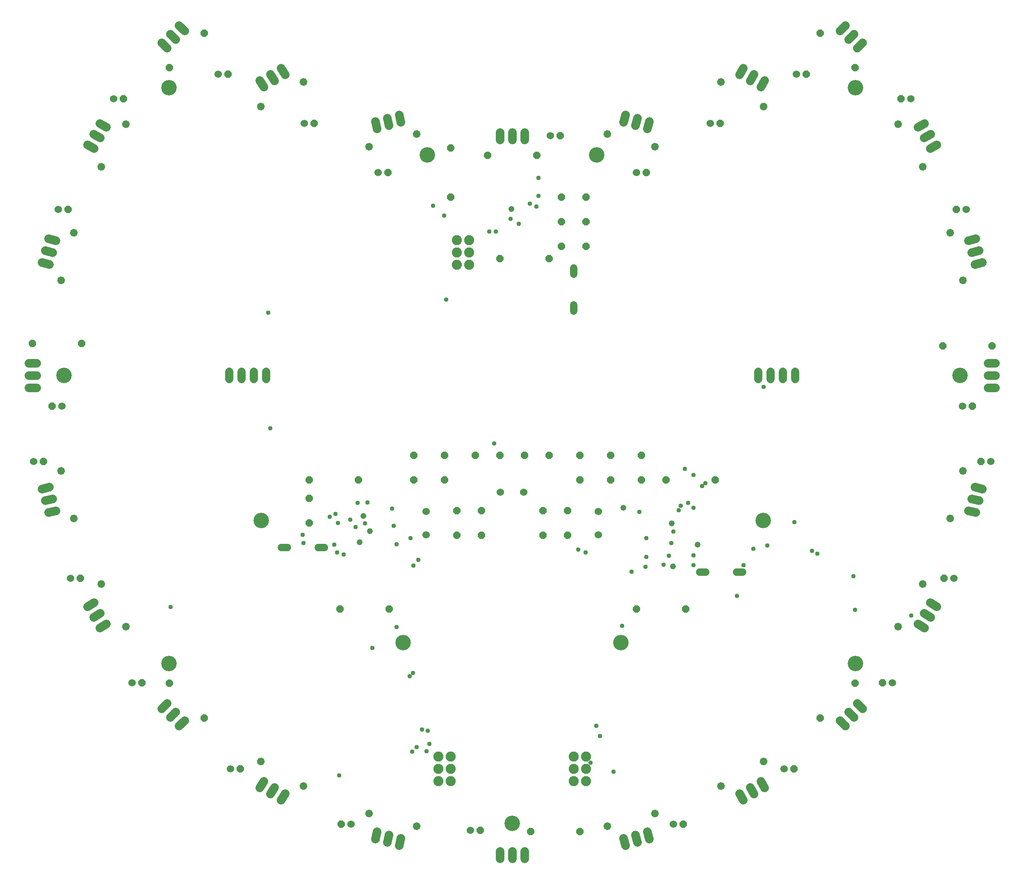
<source format=gbr>
G04 EAGLE Gerber RS-274X export*
G75*
%MOMM*%
%FSLAX34Y34*%
%LPD*%
%INSoldermask Bottom*%
%IPPOS*%
%AMOC8*
5,1,8,0,0,1.08239X$1,22.5*%
G01*
%ADD10C,3.203200*%
%ADD11P,1.649562X8X22.500000*%
%ADD12C,1.524000*%
%ADD13P,1.649562X8X202.500000*%
%ADD14P,1.649562X8X292.500000*%
%ADD15P,1.649562X8X112.500000*%
%ADD16C,1.524000*%
%ADD17C,1.727200*%
%ADD18P,1.649562X8X157.500000*%
%ADD19P,1.649562X8X172.500000*%
%ADD20P,1.649562X8X187.500000*%
%ADD21P,1.649562X8X217.500000*%
%ADD22P,1.649562X8X232.500000*%
%ADD23P,1.649562X8X247.500000*%
%ADD24P,1.649562X8X262.500000*%
%ADD25P,1.649562X8X277.500000*%
%ADD26P,1.649562X8X37.500000*%
%ADD27P,1.649562X8X307.500000*%
%ADD28P,1.649562X8X322.500000*%
%ADD29P,1.649562X8X337.500000*%
%ADD30P,1.649562X8X352.500000*%
%ADD31P,1.649562X8X367.500000*%
%ADD32P,1.649562X8X52.500000*%
%ADD33P,1.649562X8X67.500000*%
%ADD34P,1.649562X8X82.500000*%
%ADD35P,1.649562X8X97.500000*%
%ADD36P,1.649562X8X127.500000*%
%ADD37P,1.649562X8X142.500000*%
%ADD38C,1.778200*%
%ADD39C,2.082800*%
%ADD40C,1.219200*%
%ADD41C,0.959600*%


D10*
X-708591Y594579D03*
X-924893Y0D03*
X-708591Y-594579D03*
X0Y-925000D03*
X-224968Y-551826D03*
X224968Y-551826D03*
X708591Y-594579D03*
X518178Y-299159D03*
X924893Y0D03*
X708591Y594579D03*
X175002Y455508D03*
X-175002Y455508D03*
X-518178Y-299159D03*
D11*
X-66040Y-939800D03*
D12*
X-86360Y-939800D03*
D11*
X607060Y622300D03*
D12*
X586740Y622300D03*
D11*
X429260Y520700D03*
D12*
X408940Y520700D03*
D11*
X276860Y419100D03*
D12*
X256540Y419100D03*
D11*
X99060Y495300D03*
D12*
X78740Y495300D03*
D11*
X-256540Y419100D03*
D12*
X-276860Y419100D03*
D11*
X-408940Y520700D03*
D12*
X-429260Y520700D03*
D11*
X-586740Y622300D03*
D12*
X-607060Y622300D03*
D11*
X-802640Y571500D03*
D12*
X-822960Y571500D03*
D11*
X-916940Y342900D03*
D12*
X-937260Y342900D03*
D13*
X-949960Y-63500D03*
D12*
X-929640Y-63500D03*
D11*
X353060Y-927100D03*
D12*
X332740Y-927100D03*
D11*
X-967740Y-177800D03*
D12*
X-988060Y-177800D03*
D11*
X-891540Y-419100D03*
D12*
X-911860Y-419100D03*
D11*
X-764540Y-635000D03*
D12*
X-784860Y-635000D03*
D11*
X-561340Y-812800D03*
D12*
X-581660Y-812800D03*
D13*
X-353060Y-927100D03*
D12*
X-332740Y-927100D03*
D11*
X63500Y-279400D03*
X114300Y-279400D03*
X63500Y-330200D03*
X114300Y-330200D03*
D13*
X76200Y-165100D03*
X25400Y-165100D03*
D11*
X-76200Y-165100D03*
X-25400Y-165100D03*
D13*
X-63500Y-330200D03*
X-114300Y-330200D03*
D11*
X581660Y-812800D03*
D12*
X561340Y-812800D03*
D13*
X-63500Y-279400D03*
X-114300Y-279400D03*
D14*
X266700Y-165100D03*
X266700Y-215900D03*
D13*
X152400Y368300D03*
X101600Y368300D03*
D14*
X-419100Y-254000D03*
X-419100Y-304800D03*
X203200Y-165100D03*
X203200Y-215900D03*
X139700Y-165100D03*
X139700Y-215900D03*
D13*
X152400Y317500D03*
X101600Y317500D03*
X764540Y-635000D03*
D12*
X784860Y-635000D03*
D13*
X152400Y266700D03*
X101600Y266700D03*
D15*
X-203200Y-215900D03*
X-203200Y-165100D03*
X-139700Y-215900D03*
X-139700Y-165100D03*
D13*
X891540Y-419100D03*
D12*
X911860Y-419100D03*
D13*
X967740Y-177800D03*
D12*
X988060Y-177800D03*
D11*
X949960Y-63500D03*
D12*
X929640Y-63500D03*
D13*
X916940Y342900D03*
D12*
X937260Y342900D03*
D13*
X802640Y571500D03*
D12*
X822960Y571500D03*
D16*
X400304Y-406400D02*
X387096Y-406400D01*
X463296Y-406400D02*
X476504Y-406400D01*
X127000Y209296D02*
X127000Y222504D01*
X127000Y146304D02*
X127000Y133096D01*
X-387096Y-355600D02*
X-400304Y-355600D01*
X-463296Y-355600D02*
X-476504Y-355600D01*
D17*
X584200Y-7620D02*
X584200Y7620D01*
X558800Y7620D02*
X558800Y-7620D01*
X533400Y-7620D02*
X533400Y7620D01*
X508000Y7620D02*
X508000Y-7620D01*
X-508000Y-7620D02*
X-508000Y7620D01*
X-533400Y7620D02*
X-533400Y-7620D01*
X-558800Y-7620D02*
X-558800Y7620D01*
X-584200Y7620D02*
X-584200Y-7620D01*
D13*
X139700Y-942300D03*
X38100Y-942300D03*
D18*
X707672Y635830D03*
X635830Y707672D03*
D19*
X518994Y556024D03*
X431006Y606824D03*
D20*
X294947Y472682D03*
X196809Y498978D03*
D13*
X50800Y454700D03*
X-50800Y454700D03*
D21*
X-196809Y498978D03*
X-294947Y472682D03*
D22*
X-431006Y606824D03*
X-518994Y556024D03*
D23*
X-635830Y707672D03*
X-707672Y635830D03*
D24*
X-797324Y518994D03*
X-848124Y431006D03*
D25*
X-904482Y294947D03*
X-930778Y196809D03*
D11*
X-990600Y66000D03*
X-889000Y66000D03*
D26*
X196809Y-930778D03*
X294947Y-904482D03*
D27*
X-930778Y-196809D03*
X-904482Y-294947D03*
D28*
X-848124Y-431006D03*
X-797324Y-518994D03*
D29*
X-707672Y-635830D03*
X-635830Y-707672D03*
D30*
X-518994Y-797324D03*
X-431006Y-848124D03*
D31*
X-294947Y-904482D03*
X-196809Y-930778D03*
D13*
X358100Y-482600D03*
X256500Y-482600D03*
X76200Y241300D03*
X-25400Y241300D03*
D11*
X-355600Y-482600D03*
X-254000Y-482600D03*
D13*
X419100Y-215900D03*
X317500Y-215900D03*
D14*
X-127000Y469900D03*
X-127000Y368300D03*
D32*
X431006Y-848124D03*
X518994Y-797324D03*
D11*
X-419100Y-215900D03*
X-317500Y-215900D03*
D33*
X635830Y-707672D03*
X707672Y-635830D03*
D34*
X797324Y-518994D03*
X848124Y-431006D03*
D35*
X904482Y-294947D03*
X930778Y-196809D03*
D13*
X990600Y61000D03*
X889000Y61000D03*
D36*
X930778Y196809D03*
X904482Y294947D03*
D37*
X848124Y431006D03*
X797324Y518994D03*
D38*
X-25400Y-982225D02*
X-25400Y-997975D01*
X0Y-997975D02*
X0Y-982225D01*
X25400Y-982225D02*
X25400Y-997975D01*
X712499Y676577D02*
X723635Y687714D01*
X705675Y705675D02*
X694538Y694538D01*
X676578Y712498D02*
X687714Y723635D01*
X520985Y610272D02*
X513110Y596632D01*
X491113Y609332D02*
X498988Y622972D01*
X476990Y635672D02*
X469115Y622032D01*
X282829Y525596D02*
X278753Y510382D01*
X254219Y516956D02*
X258295Y532170D01*
X233760Y538744D02*
X229684Y523530D01*
X25400Y502675D02*
X25400Y486925D01*
X0Y486925D02*
X0Y502675D01*
X-25400Y502675D02*
X-25400Y486925D01*
X-229684Y523530D02*
X-233760Y538744D01*
X-258295Y532170D02*
X-254219Y516956D01*
X-278753Y510382D02*
X-282829Y525596D01*
X-469116Y622032D02*
X-476990Y635672D01*
X-498987Y622972D02*
X-491113Y609332D01*
X-513110Y596632D02*
X-520985Y610272D01*
X-676578Y712498D02*
X-687714Y723635D01*
X-705675Y705675D02*
X-694538Y694538D01*
X-712499Y676577D02*
X-723635Y687714D01*
X-837932Y513110D02*
X-851572Y520985D01*
X-864272Y498987D02*
X-850632Y491113D01*
X-863332Y469115D02*
X-876972Y476990D01*
X-942183Y278753D02*
X-957396Y282829D01*
X-963970Y258295D02*
X-948757Y254219D01*
X-955331Y229684D02*
X-970544Y233760D01*
X-982225Y25400D02*
X-997975Y25400D01*
X-997975Y0D02*
X-982225Y0D01*
X-982225Y-25400D02*
X-997975Y-25400D01*
X229684Y-955330D02*
X233760Y-970544D01*
X258295Y-963970D02*
X254219Y-948756D01*
X278753Y-942182D02*
X282829Y-957396D01*
X-955331Y-229684D02*
X-970544Y-233760D01*
X-963970Y-258295D02*
X-948757Y-254219D01*
X-942183Y-278753D02*
X-957396Y-282829D01*
X-863332Y-469115D02*
X-876972Y-476990D01*
X-864272Y-498988D02*
X-850632Y-491113D01*
X-837932Y-513110D02*
X-851572Y-520985D01*
X-712499Y-676577D02*
X-723635Y-687714D01*
X-705675Y-705675D02*
X-694538Y-694538D01*
X-676578Y-712498D02*
X-687714Y-723635D01*
X-513110Y-837932D02*
X-520985Y-851572D01*
X-498988Y-864272D02*
X-491113Y-850632D01*
X-469115Y-863332D02*
X-476990Y-876972D01*
X-278753Y-942182D02*
X-282829Y-957396D01*
X-258295Y-963970D02*
X-254219Y-948756D01*
X-229684Y-955330D02*
X-233760Y-970544D01*
X469115Y-863332D02*
X476990Y-876972D01*
X498988Y-864272D02*
X491113Y-850632D01*
X513110Y-837932D02*
X520985Y-851572D01*
X676578Y-712498D02*
X687714Y-723635D01*
X705675Y-705675D02*
X694538Y-694538D01*
X712499Y-676577D02*
X723635Y-687714D01*
X837932Y-513110D02*
X851572Y-520985D01*
X864272Y-498988D02*
X850632Y-491113D01*
X863332Y-469115D02*
X876972Y-476990D01*
X942183Y-278753D02*
X957396Y-282829D01*
X963970Y-258295D02*
X948757Y-254219D01*
X955331Y-229684D02*
X970544Y-233760D01*
X982225Y-25400D02*
X997975Y-25400D01*
X997975Y0D02*
X982225Y0D01*
X982225Y25400D02*
X997975Y25400D01*
X955331Y229684D02*
X970544Y233760D01*
X963970Y258295D02*
X948757Y254219D01*
X942183Y278753D02*
X957396Y282829D01*
X863332Y469115D02*
X876972Y476990D01*
X864272Y498987D02*
X850632Y491113D01*
X837932Y513110D02*
X851572Y520985D01*
D12*
X177800Y-280670D03*
X177800Y-328930D03*
X24130Y-241300D03*
X-24130Y-241300D03*
X-177800Y-328930D03*
X-177800Y-280670D03*
D39*
X127000Y-787400D03*
X152400Y-787400D03*
X127000Y-812800D03*
X152400Y-812800D03*
X127000Y-838200D03*
X152400Y-838200D03*
X-114300Y279400D03*
X-88900Y279400D03*
X-114300Y254000D03*
X-88900Y254000D03*
X-114300Y228600D03*
X-88900Y228600D03*
X-127000Y-838200D03*
X-152400Y-838200D03*
X-127000Y-812800D03*
X-152400Y-812800D03*
X-127000Y-787400D03*
X-152400Y-787400D03*
D40*
X-307086Y-290322D03*
X329946Y-305562D03*
X332232Y-393954D03*
D41*
X348234Y-268986D03*
X392430Y-228600D03*
X582930Y-302514D03*
X823722Y-496062D03*
X136398Y-359664D03*
X-203454Y-392430D03*
X328422Y-345948D03*
X374142Y-391668D03*
X477774Y-391668D03*
X518922Y-23622D03*
X498348Y-357378D03*
X54102Y371094D03*
X54102Y408432D03*
X36576Y355092D03*
X13716Y313944D03*
X363474Y-262890D03*
X399288Y-222504D03*
X-298704Y-262128D03*
X-432054Y-329184D03*
X-704850Y-477774D03*
X-356616Y-826008D03*
X227076Y-516636D03*
X181356Y-744474D03*
X209550Y-818388D03*
X-499110Y-108966D03*
X-364236Y-285750D03*
X-333756Y-297942D03*
X-430530Y-345948D03*
X-359664Y-304800D03*
X-367284Y-348996D03*
X-323088Y-313182D03*
X-193548Y-381000D03*
X-196596Y-767334D03*
X-206502Y-777240D03*
X-170688Y-760476D03*
X-288036Y-562356D03*
X-238506Y-348234D03*
X-238506Y-519684D03*
X-204978Y-614172D03*
X-173736Y-733806D03*
X-176784Y-775716D03*
X-33528Y297942D03*
X-36576Y-140208D03*
X-47244Y297942D03*
X-136398Y156972D03*
X-319278Y-262890D03*
D40*
X-1524Y344424D03*
X229362Y-272796D03*
X383286Y-348996D03*
D41*
X323850Y-371856D03*
X312420Y-390906D03*
X275844Y-394716D03*
X151638Y-365760D03*
D40*
X-314706Y-344424D03*
X-293370Y-321564D03*
D41*
X332994Y-322326D03*
X374142Y-272796D03*
X374142Y-204978D03*
X-347472Y-369570D03*
X-361188Y-365760D03*
X-163068Y351282D03*
X50292Y348996D03*
X-303276Y-305562D03*
X-376428Y-291846D03*
X-140208Y330708D03*
X-503682Y130302D03*
X356616Y-192786D03*
X-3048Y323850D03*
X262890Y-281178D03*
X246888Y-405384D03*
X173736Y-723900D03*
X277368Y-336042D03*
X277368Y-374904D03*
X464058Y-454914D03*
X619506Y-361950D03*
X704850Y-414528D03*
X162306Y-799338D03*
X344424Y-278130D03*
X374904Y-371094D03*
X526542Y-351282D03*
X630174Y-368046D03*
X707898Y-483870D03*
X-247650Y-275082D03*
X-209550Y-336042D03*
X-211074Y-621030D03*
X-185928Y-730758D03*
X-244602Y-310134D03*
M02*

</source>
